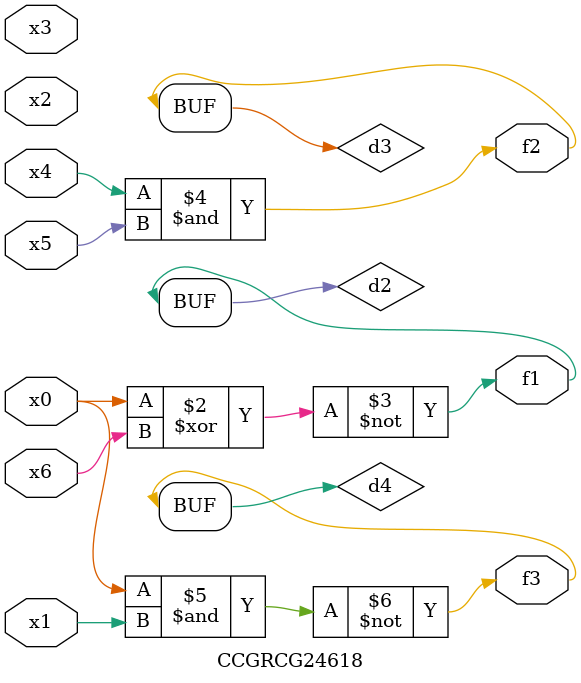
<source format=v>
module CCGRCG24618(
	input x0, x1, x2, x3, x4, x5, x6,
	output f1, f2, f3
);

	wire d1, d2, d3, d4;

	nor (d1, x0);
	xnor (d2, x0, x6);
	and (d3, x4, x5);
	nand (d4, x0, x1);
	assign f1 = d2;
	assign f2 = d3;
	assign f3 = d4;
endmodule

</source>
